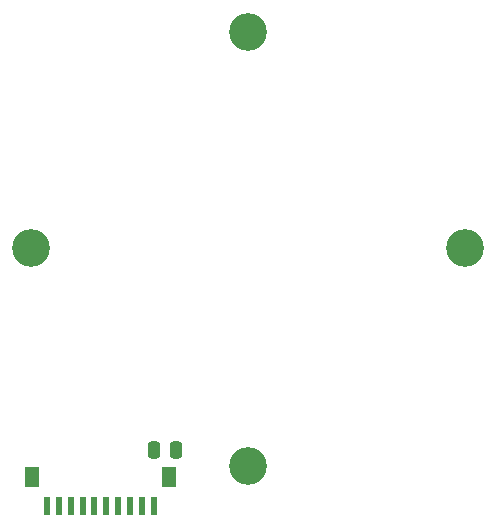
<source format=gbr>
%TF.GenerationSoftware,KiCad,Pcbnew,8.0.3*%
%TF.CreationDate,2024-07-17T14:54:55-05:00*%
%TF.ProjectId,Encoder,456e636f-6465-4722-9e6b-696361645f70,rev?*%
%TF.SameCoordinates,Original*%
%TF.FileFunction,Soldermask,Bot*%
%TF.FilePolarity,Negative*%
%FSLAX46Y46*%
G04 Gerber Fmt 4.6, Leading zero omitted, Abs format (unit mm)*
G04 Created by KiCad (PCBNEW 8.0.3) date 2024-07-17 14:54:55*
%MOMM*%
%LPD*%
G01*
G04 APERTURE LIST*
G04 Aperture macros list*
%AMRoundRect*
0 Rectangle with rounded corners*
0 $1 Rounding radius*
0 $2 $3 $4 $5 $6 $7 $8 $9 X,Y pos of 4 corners*
0 Add a 4 corners polygon primitive as box body*
4,1,4,$2,$3,$4,$5,$6,$7,$8,$9,$2,$3,0*
0 Add four circle primitives for the rounded corners*
1,1,$1+$1,$2,$3*
1,1,$1+$1,$4,$5*
1,1,$1+$1,$6,$7*
1,1,$1+$1,$8,$9*
0 Add four rect primitives between the rounded corners*
20,1,$1+$1,$2,$3,$4,$5,0*
20,1,$1+$1,$4,$5,$6,$7,0*
20,1,$1+$1,$6,$7,$8,$9,0*
20,1,$1+$1,$8,$9,$2,$3,0*%
G04 Aperture macros list end*
%ADD10RoundRect,0.250000X-0.250000X-0.475000X0.250000X-0.475000X0.250000X0.475000X-0.250000X0.475000X0*%
%ADD11C,3.200000*%
%ADD12R,0.609600X1.549400*%
%ADD13R,1.219200X1.803400*%
G04 APERTURE END LIST*
D10*
%TO.C,C2*%
X124000000Y-99500000D03*
X125900000Y-99500000D03*
%TD*%
D11*
%TO.C,H3*%
X132000000Y-100900000D03*
%TD*%
%TO.C,H1*%
X132000000Y-64100000D03*
%TD*%
%TO.C,H4*%
X113600000Y-82400000D03*
%TD*%
%TO.C,H2*%
X150400000Y-82400000D03*
%TD*%
D12*
%TO.C,J1*%
X124000001Y-104295600D03*
X123000001Y-104295600D03*
X122000000Y-104295600D03*
X121000000Y-104295600D03*
X119999999Y-104295600D03*
X119000001Y-104295600D03*
X118000000Y-104295600D03*
X117000000Y-104295600D03*
X115999999Y-104295600D03*
X114999999Y-104295600D03*
D13*
X125303900Y-101781000D03*
X113696100Y-101781000D03*
%TD*%
M02*

</source>
